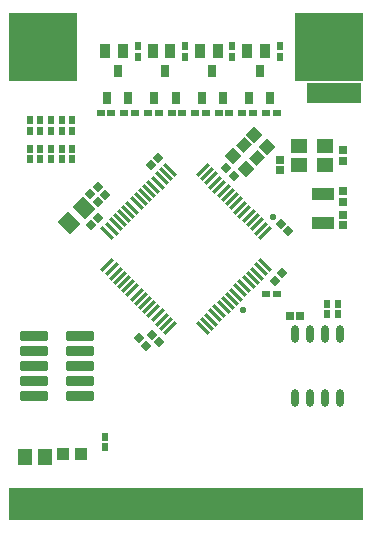
<source format=gts>
G04*
G04 #@! TF.GenerationSoftware,Altium Limited,Altium Designer,19.0.15 (446)*
G04*
G04 Layer_Color=8388736*
%FSLAX44Y44*%
%MOMM*%
G71*
G01*
G75*
%ADD33R,4.6000X1.7000*%
%ADD34R,30.0000X2.8000*%
%ADD35R,1.2500X1.4500*%
%ADD36R,0.6500X2.5500*%
%ADD37R,0.6000X0.7000*%
%ADD38O,0.6500X1.5000*%
%ADD39R,0.7100X0.6700*%
%ADD40R,1.4500X1.2000*%
%ADD41R,0.9500X1.1500*%
%ADD42R,0.6700X0.7100*%
%ADD43R,0.7000X0.6000*%
%ADD44R,0.7000X1.0000*%
G04:AMPARAMS|DCode=45|XSize=0.35mm|YSize=1.45mm|CornerRadius=0mm|HoleSize=0mm|Usage=FLASHONLY|Rotation=315.000|XOffset=0mm|YOffset=0mm|HoleType=Round|Shape=Round|*
%AMOVALD45*
21,1,1.1000,0.3500,0.0000,0.0000,45.0*
1,1,0.3500,-0.3889,-0.3889*
1,1,0.3500,0.3889,0.3889*
%
%ADD45OVALD45*%

G04:AMPARAMS|DCode=46|XSize=0.35mm|YSize=1.45mm|CornerRadius=0mm|HoleSize=0mm|Usage=FLASHONLY|Rotation=225.000|XOffset=0mm|YOffset=0mm|HoleType=Round|Shape=Round|*
%AMOVALD46*
21,1,1.1000,0.3500,0.0000,0.0000,315.0*
1,1,0.3500,-0.3889,0.3889*
1,1,0.3500,0.3889,-0.3889*
%
%ADD46OVALD46*%

%ADD47R,1.8500X1.0500*%
%ADD48C,0.5500*%
G04:AMPARAMS|DCode=49|XSize=0.6mm|YSize=0.7mm|CornerRadius=0mm|HoleSize=0mm|Usage=FLASHONLY|Rotation=225.000|XOffset=0mm|YOffset=0mm|HoleType=Round|Shape=Rectangle|*
%AMROTATEDRECTD49*
4,1,4,-0.0354,0.4596,0.4596,-0.0354,0.0354,-0.4596,-0.4596,0.0354,-0.0354,0.4596,0.0*
%
%ADD49ROTATEDRECTD49*%

%ADD50R,1.0500X1.0000*%
G04:AMPARAMS|DCode=51|XSize=0.67mm|YSize=0.71mm|CornerRadius=0mm|HoleSize=0mm|Usage=FLASHONLY|Rotation=45.000|XOffset=0mm|YOffset=0mm|HoleType=Round|Shape=Rectangle|*
%AMROTATEDRECTD51*
4,1,4,0.0141,-0.4879,-0.4879,0.0141,-0.0141,0.4879,0.4879,-0.0141,0.0141,-0.4879,0.0*
%
%ADD51ROTATEDRECTD51*%

G04:AMPARAMS|DCode=52|XSize=1mm|YSize=1.05mm|CornerRadius=0mm|HoleSize=0mm|Usage=FLASHONLY|Rotation=45.000|XOffset=0mm|YOffset=0mm|HoleType=Round|Shape=Rectangle|*
%AMROTATEDRECTD52*
4,1,4,0.0177,-0.7248,-0.7248,0.0177,-0.0177,0.7248,0.7248,-0.0177,0.0177,-0.7248,0.0*
%
%ADD52ROTATEDRECTD52*%

G04:AMPARAMS|DCode=53|XSize=1.45mm|YSize=1.25mm|CornerRadius=0mm|HoleSize=0mm|Usage=FLASHONLY|Rotation=135.000|XOffset=0mm|YOffset=0mm|HoleType=Round|Shape=Rectangle|*
%AMROTATEDRECTD53*
4,1,4,0.9546,-0.0707,0.0707,-0.9546,-0.9546,0.0707,-0.0707,0.9546,0.9546,-0.0707,0.0*
%
%ADD53ROTATEDRECTD53*%

G04:AMPARAMS|DCode=54|XSize=0.67mm|YSize=0.71mm|CornerRadius=0mm|HoleSize=0mm|Usage=FLASHONLY|Rotation=135.000|XOffset=0mm|YOffset=0mm|HoleType=Round|Shape=Rectangle|*
%AMROTATEDRECTD54*
4,1,4,0.4879,0.0141,-0.0141,-0.4879,-0.4879,-0.0141,0.0141,0.4879,0.4879,0.0141,0.0*
%
%ADD54ROTATEDRECTD54*%

G04:AMPARAMS|DCode=55|XSize=0.99mm|YSize=0.94mm|CornerRadius=0mm|HoleSize=0mm|Usage=FLASHONLY|Rotation=225.000|XOffset=0mm|YOffset=0mm|HoleType=Round|Shape=Rectangle|*
%AMROTATEDRECTD55*
4,1,4,0.0177,0.6824,0.6824,0.0177,-0.0177,-0.6824,-0.6824,-0.0177,0.0177,0.6824,0.0*
%
%ADD55ROTATEDRECTD55*%

G04:AMPARAMS|DCode=56|XSize=0.81mm|YSize=2.45mm|CornerRadius=0.215mm|HoleSize=0mm|Usage=FLASHONLY|Rotation=90.000|XOffset=0mm|YOffset=0mm|HoleType=Round|Shape=RoundedRectangle|*
%AMROUNDEDRECTD56*
21,1,0.8100,2.0200,0,0,90.0*
21,1,0.3800,2.4500,0,0,90.0*
1,1,0.4300,1.0100,0.1900*
1,1,0.4300,1.0100,-0.1900*
1,1,0.4300,-1.0100,-0.1900*
1,1,0.4300,-1.0100,0.1900*
%
%ADD56ROUNDEDRECTD56*%
%ADD57R,5.8500X5.8500*%
D33*
X275000Y360500D02*
D03*
D34*
X150000Y13000D02*
D03*
D35*
X30500Y53000D02*
D03*
X13500D02*
D03*
D36*
X32000Y13500D02*
D03*
X40000D02*
D03*
X48000D02*
D03*
X56000D02*
D03*
X88000D02*
D03*
X80000D02*
D03*
X72000D02*
D03*
X64000D02*
D03*
X160000D02*
D03*
X168000D02*
D03*
X176000D02*
D03*
X184000D02*
D03*
X152000D02*
D03*
X144000D02*
D03*
X136000D02*
D03*
X128000D02*
D03*
X224000D02*
D03*
X232000D02*
D03*
X240000D02*
D03*
X248000D02*
D03*
X216000D02*
D03*
X208000D02*
D03*
X200000D02*
D03*
X192000D02*
D03*
X264000D02*
D03*
X256000D02*
D03*
D37*
X53500Y328500D02*
D03*
Y337500D02*
D03*
X44500Y328500D02*
D03*
Y337500D02*
D03*
X35500Y328500D02*
D03*
Y337500D02*
D03*
X26500Y328500D02*
D03*
Y337500D02*
D03*
X17500Y328500D02*
D03*
Y337500D02*
D03*
X278000Y173500D02*
D03*
Y182500D02*
D03*
X269000Y173500D02*
D03*
Y182500D02*
D03*
X53500Y304500D02*
D03*
Y313500D02*
D03*
X44500Y304500D02*
D03*
Y313500D02*
D03*
X35500Y304500D02*
D03*
Y313500D02*
D03*
X26500Y304500D02*
D03*
Y313500D02*
D03*
X17500Y304500D02*
D03*
Y313500D02*
D03*
X109000Y400500D02*
D03*
Y391500D02*
D03*
X81182Y69750D02*
D03*
Y60750D02*
D03*
X149000Y400500D02*
D03*
Y391500D02*
D03*
X189000Y400500D02*
D03*
Y391500D02*
D03*
X229000Y400500D02*
D03*
Y391500D02*
D03*
D38*
X241950Y102350D02*
D03*
X254650D02*
D03*
X267350D02*
D03*
X280050D02*
D03*
X241950Y156850D02*
D03*
X254650D02*
D03*
X267350D02*
D03*
X280050D02*
D03*
D39*
X246400Y172000D02*
D03*
X237600D02*
D03*
D40*
X245000Y316000D02*
D03*
X267000D02*
D03*
X245000Y300000D02*
D03*
X267000D02*
D03*
D41*
X96500Y396000D02*
D03*
X81500D02*
D03*
X136500Y396000D02*
D03*
X121500D02*
D03*
X176500D02*
D03*
X161500D02*
D03*
X216500D02*
D03*
X201500D02*
D03*
D42*
X283000Y303600D02*
D03*
Y312400D02*
D03*
X229000Y304400D02*
D03*
Y295600D02*
D03*
X283000Y257400D02*
D03*
Y248600D02*
D03*
Y268600D02*
D03*
Y277400D02*
D03*
D43*
X217500Y191000D02*
D03*
X226500D02*
D03*
X86500Y344000D02*
D03*
X77500D02*
D03*
X106500D02*
D03*
X97500D02*
D03*
X126500Y344000D02*
D03*
X117500D02*
D03*
X146500D02*
D03*
X137500D02*
D03*
X166500D02*
D03*
X157500D02*
D03*
X186500D02*
D03*
X177500D02*
D03*
X206500D02*
D03*
X197500D02*
D03*
X226500D02*
D03*
X217500D02*
D03*
D44*
X92000Y379750D02*
D03*
X101000Y356250D02*
D03*
X83000D02*
D03*
X132000Y379750D02*
D03*
X141000Y356250D02*
D03*
X123000D02*
D03*
X172000Y379750D02*
D03*
X181000Y356250D02*
D03*
X163000D02*
D03*
X212000Y379750D02*
D03*
X221000Y356250D02*
D03*
X203000D02*
D03*
D45*
X216822Y242482D02*
D03*
X213286Y246018D02*
D03*
X209750Y249553D02*
D03*
X206215Y253089D02*
D03*
X202680Y256624D02*
D03*
X199144Y260160D02*
D03*
X195608Y263696D02*
D03*
X192073Y267231D02*
D03*
X188537Y270767D02*
D03*
X185002Y274302D02*
D03*
X181466Y277838D02*
D03*
X177931Y281373D02*
D03*
X174395Y284909D02*
D03*
X170860Y288444D02*
D03*
X167324Y291980D02*
D03*
X163789Y295515D02*
D03*
X83178Y214905D02*
D03*
X86714Y211370D02*
D03*
X90250Y207834D02*
D03*
X93785Y204298D02*
D03*
X97320Y200763D02*
D03*
X100856Y197227D02*
D03*
X104392Y193692D02*
D03*
X107927Y190156D02*
D03*
X111463Y186621D02*
D03*
X114998Y183085D02*
D03*
X118534Y179550D02*
D03*
X122069Y176014D02*
D03*
X125605Y172479D02*
D03*
X129140Y168943D02*
D03*
X132676Y165408D02*
D03*
X136211Y161872D02*
D03*
D46*
Y295515D02*
D03*
X132676Y291980D02*
D03*
X129140Y288444D02*
D03*
X125605Y284909D02*
D03*
X122069Y281373D02*
D03*
X118534Y277838D02*
D03*
X114998Y274302D02*
D03*
X111463Y270767D02*
D03*
X107927Y267231D02*
D03*
X104392Y263696D02*
D03*
X100856Y260160D02*
D03*
X97320Y256624D02*
D03*
X93785Y253089D02*
D03*
X90250Y249553D02*
D03*
X86714Y246018D02*
D03*
X83178Y242482D02*
D03*
X163789Y161872D02*
D03*
X167324Y165408D02*
D03*
X170860Y168943D02*
D03*
X174395Y172479D02*
D03*
X177931Y176014D02*
D03*
X181466Y179550D02*
D03*
X185002Y183085D02*
D03*
X188537Y186621D02*
D03*
X192073Y190156D02*
D03*
X195608Y193692D02*
D03*
X199144Y197227D02*
D03*
X202680Y200763D02*
D03*
X206215Y204298D02*
D03*
X209750Y207834D02*
D03*
X213286Y211370D02*
D03*
X216822Y214905D02*
D03*
D47*
X266000Y275500D02*
D03*
Y250500D02*
D03*
D48*
X223000Y256000D02*
D03*
X198000Y177000D02*
D03*
D49*
X109818Y153182D02*
D03*
X116182Y146818D02*
D03*
X81182Y274818D02*
D03*
X74818Y281182D02*
D03*
X75182Y268818D02*
D03*
X68818Y275182D02*
D03*
D50*
X45500Y55000D02*
D03*
X60500D02*
D03*
D51*
X236111Y243889D02*
D03*
X229889Y250111D02*
D03*
X190111Y290889D02*
D03*
X183889Y297111D02*
D03*
X120889Y156111D02*
D03*
X127111Y149889D02*
D03*
D52*
X189697Y307303D02*
D03*
X200303Y296697D02*
D03*
X218303Y314697D02*
D03*
X207697Y325303D02*
D03*
D53*
X50990Y250990D02*
D03*
X63010Y263010D02*
D03*
D54*
X126111Y306111D02*
D03*
X119889Y299889D02*
D03*
X224889Y201889D02*
D03*
X231111Y208111D02*
D03*
X75111Y255111D02*
D03*
X68889Y248889D02*
D03*
D55*
X198449Y316551D02*
D03*
X209551Y305449D02*
D03*
D56*
X21000Y155000D02*
D03*
X60000D02*
D03*
X21000Y142300D02*
D03*
X60000D02*
D03*
X21000Y129600D02*
D03*
X60000D02*
D03*
X21000Y116900D02*
D03*
X60000D02*
D03*
X21000Y104200D02*
D03*
X60000D02*
D03*
D57*
X271000Y400000D02*
D03*
X29000D02*
D03*
M02*

</source>
